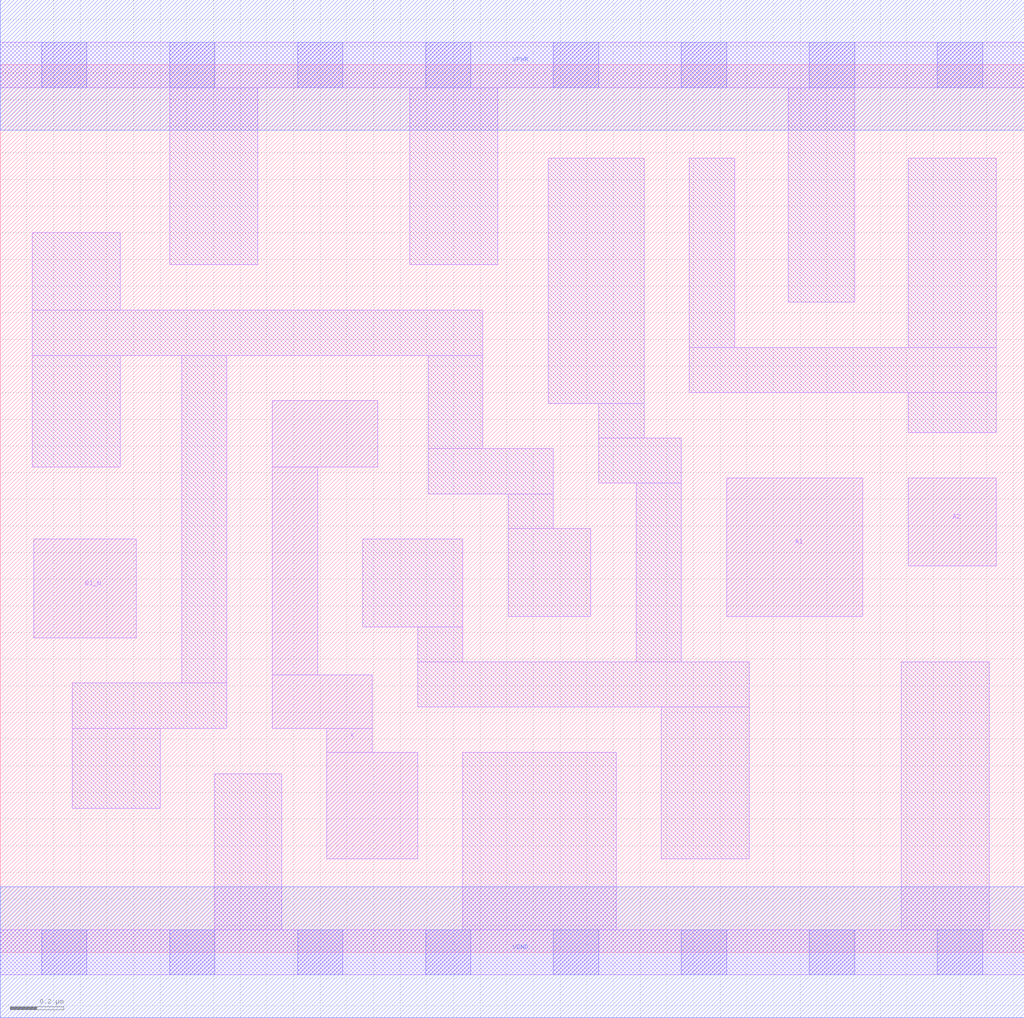
<source format=lef>
# Copyright 2020 The SkyWater PDK Authors
#
# Licensed under the Apache License, Version 2.0 (the "License");
# you may not use this file except in compliance with the License.
# You may obtain a copy of the License at
#
#     https://www.apache.org/licenses/LICENSE-2.0
#
# Unless required by applicable law or agreed to in writing, software
# distributed under the License is distributed on an "AS IS" BASIS,
# WITHOUT WARRANTIES OR CONDITIONS OF ANY KIND, either express or implied.
# See the License for the specific language governing permissions and
# limitations under the License.
#
# SPDX-License-Identifier: Apache-2.0

VERSION 5.7 ;
  NAMESCASESENSITIVE ON ;
  NOWIREEXTENSIONATPIN ON ;
  DIVIDERCHAR "/" ;
  BUSBITCHARS "[]" ;
UNITS
  DATABASE MICRONS 200 ;
END UNITS
MACRO sky130_fd_sc_hs__a21bo_2
  CLASS CORE ;
  FOREIGN sky130_fd_sc_hs__a21bo_2 ;
  ORIGIN  0.000000  0.000000 ;
  SIZE  3.840000 BY  3.330000 ;
  SYMMETRY X Y ;
  SITE unit ;
  PIN A1
    ANTENNAGATEAREA  0.261000 ;
    DIRECTION INPUT ;
    USE SIGNAL ;
    PORT
      LAYER li1 ;
        RECT 2.725000 1.260000 3.235000 1.780000 ;
    END
  END A1
  PIN A2
    ANTENNAGATEAREA  0.261000 ;
    DIRECTION INPUT ;
    USE SIGNAL ;
    PORT
      LAYER li1 ;
        RECT 3.405000 1.450000 3.735000 1.780000 ;
    END
  END A2
  PIN B1_N
    ANTENNAGATEAREA  0.208500 ;
    DIRECTION INPUT ;
    USE SIGNAL ;
    PORT
      LAYER li1 ;
        RECT 0.125000 1.180000 0.510000 1.550000 ;
    END
  END B1_N
  PIN X
    ANTENNADIFFAREA  0.543200 ;
    DIRECTION OUTPUT ;
    USE SIGNAL ;
    PORT
      LAYER li1 ;
        RECT 1.020000 0.840000 1.395000 1.040000 ;
        RECT 1.020000 1.040000 1.190000 1.820000 ;
        RECT 1.020000 1.820000 1.415000 2.070000 ;
        RECT 1.225000 0.350000 1.565000 0.750000 ;
        RECT 1.225000 0.750000 1.395000 0.840000 ;
    END
  END X
  PIN VGND
    DIRECTION INOUT ;
    USE GROUND ;
    PORT
      LAYER met1 ;
        RECT 0.000000 -0.245000 3.840000 0.245000 ;
    END
  END VGND
  PIN VPWR
    DIRECTION INOUT ;
    USE POWER ;
    PORT
      LAYER met1 ;
        RECT 0.000000 3.085000 3.840000 3.575000 ;
    END
  END VPWR
  OBS
    LAYER li1 ;
      RECT 0.000000 -0.085000 3.840000 0.085000 ;
      RECT 0.000000  3.245000 3.840000 3.415000 ;
      RECT 0.120000  1.820000 0.450000 2.240000 ;
      RECT 0.120000  2.240000 1.810000 2.410000 ;
      RECT 0.120000  2.410000 0.450000 2.700000 ;
      RECT 0.270000  0.540000 0.600000 0.840000 ;
      RECT 0.270000  0.840000 0.850000 1.010000 ;
      RECT 0.635000  2.580000 0.965000 3.245000 ;
      RECT 0.680000  1.010000 0.850000 2.240000 ;
      RECT 0.805000  0.085000 1.055000 0.670000 ;
      RECT 1.360000  1.220000 1.735000 1.550000 ;
      RECT 1.535000  2.580000 1.865000 3.245000 ;
      RECT 1.565000  0.920000 2.810000 1.090000 ;
      RECT 1.565000  1.090000 1.735000 1.220000 ;
      RECT 1.605000  1.720000 2.075000 1.890000 ;
      RECT 1.605000  1.890000 1.810000 2.240000 ;
      RECT 1.735000  0.085000 2.310000 0.750000 ;
      RECT 1.905000  1.260000 2.215000 1.590000 ;
      RECT 1.905000  1.590000 2.075000 1.720000 ;
      RECT 2.055000  2.060000 2.415000 2.980000 ;
      RECT 2.245000  1.760000 2.555000 1.930000 ;
      RECT 2.245000  1.930000 2.415000 2.060000 ;
      RECT 2.385000  1.090000 2.555000 1.760000 ;
      RECT 2.480000  0.350000 2.810000 0.920000 ;
      RECT 2.585000  2.100000 3.735000 2.270000 ;
      RECT 2.585000  2.270000 2.755000 2.980000 ;
      RECT 2.955000  2.440000 3.205000 3.245000 ;
      RECT 3.380000  0.085000 3.710000 1.090000 ;
      RECT 3.405000  1.950000 3.735000 2.100000 ;
      RECT 3.405000  2.270000 3.735000 2.980000 ;
    LAYER mcon ;
      RECT 0.155000 -0.085000 0.325000 0.085000 ;
      RECT 0.155000  3.245000 0.325000 3.415000 ;
      RECT 0.635000 -0.085000 0.805000 0.085000 ;
      RECT 0.635000  3.245000 0.805000 3.415000 ;
      RECT 1.115000 -0.085000 1.285000 0.085000 ;
      RECT 1.115000  3.245000 1.285000 3.415000 ;
      RECT 1.595000 -0.085000 1.765000 0.085000 ;
      RECT 1.595000  3.245000 1.765000 3.415000 ;
      RECT 2.075000 -0.085000 2.245000 0.085000 ;
      RECT 2.075000  3.245000 2.245000 3.415000 ;
      RECT 2.555000 -0.085000 2.725000 0.085000 ;
      RECT 2.555000  3.245000 2.725000 3.415000 ;
      RECT 3.035000 -0.085000 3.205000 0.085000 ;
      RECT 3.035000  3.245000 3.205000 3.415000 ;
      RECT 3.515000 -0.085000 3.685000 0.085000 ;
      RECT 3.515000  3.245000 3.685000 3.415000 ;
  END
END sky130_fd_sc_hs__a21bo_2
END LIBRARY

</source>
